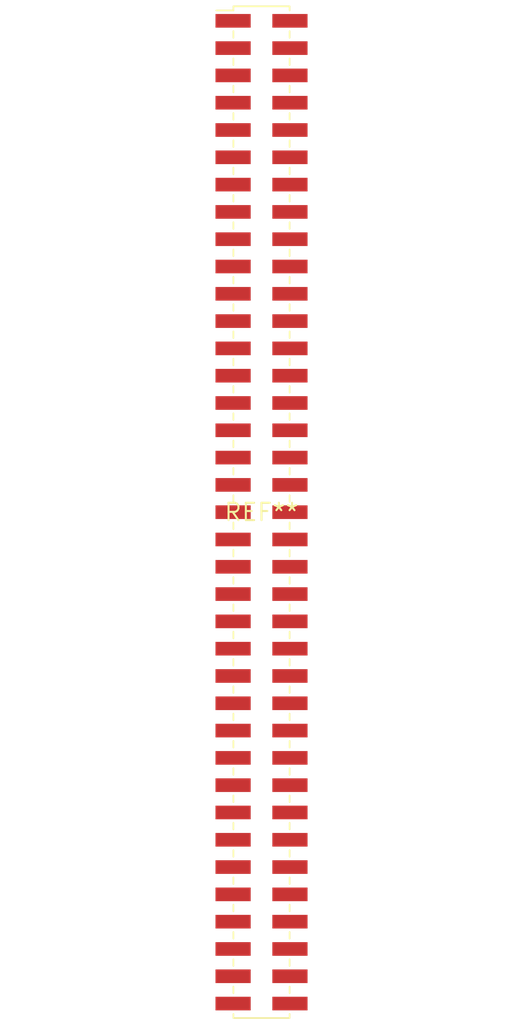
<source format=kicad_pcb>
(kicad_pcb (version 20240108) (generator pcbnew)
  (layers (0 "F.Cu" signal) (31 "B.Cu" signal) (34 "B.Paste" user) (35 "F.Paste" user) (36 "B.SilkS" user "B.Silkscreen") (37 "F.SilkS" user "F.Silkscreen") (38 "B.Mask" user) (39 "F.Mask" user) (44 "Edge.Cuts" user))
  (net 0 "")
  (footprint "PinHeader_2x37_P2.00mm_Vertical_SMD" (layer "F.Cu") (at 0 0)
    (property "Reference" "REF**")
    (property "Value" "PinHeader_2x37_P2.00mm_Vertical_SMD")
    (fp_line (start -3.315 -36.76) (end -2.06 -36.76) (layer "F.SilkS") (stroke (width 0.12)))
    (fp_line (start -2.06 -37.06) (end -2.06 -36.76) (layer "F.SilkS") (stroke (width 0.12)))
    (fp_line (start -2.06 -37.06) (end 2.06 -37.06) (layer "F.SilkS") (stroke (width 0.12)))
    (fp_line (start -2.06 -35.24) (end -2.06 -34.76) (layer "F.SilkS") (stroke (width 0.12)))
    (fp_line (start -2.06 -33.24) (end -2.06 -32.76) (layer "F.SilkS") (stroke (width 0.12)))
    (fp_line (start -2.06 -31.24) (end -2.06 -30.76) (layer "F.SilkS") (stroke (width 0.12)))
    (fp_line (start -2.06 -29.24) (end -2.06 -28.76) (layer "F.SilkS") (stroke (width 0.12)))
    (fp_line (start -2.06 -27.24) (end -2.06 -26.76) (layer "F.SilkS") (stroke (width 0.12)))
    (fp_line (start -2.06 -25.24) (end -2.06 -24.76) (layer "F.SilkS") (stroke (width 0.12)))
    (fp_line (start -2.06 -23.24) (end -2.06 -22.76) (layer "F.SilkS") (stroke (width 0.12)))
    (fp_line (start -2.06 -21.24) (end -2.06 -20.76) (layer "F.SilkS") (stroke (width 0.12)))
    (fp_line (start -2.06 -19.24) (end -2.06 -18.76) (layer "F.SilkS") (stroke (width 0.12)))
    (fp_line (start -2.06 -17.24) (end -2.06 -16.76) (layer "F.SilkS") (stroke (width 0.12)))
    (fp_line (start -2.06 -15.24) (end -2.06 -14.76) (layer "F.SilkS") (stroke (width 0.12)))
    (fp_line (start -2.06 -13.24) (end -2.06 -12.76) (layer "F.SilkS") (stroke (width 0.12)))
    (fp_line (start -2.06 -11.24) (end -2.06 -10.76) (layer "F.SilkS") (stroke (width 0.12)))
    (fp_line (start -2.06 -9.24) (end -2.06 -8.76) (layer "F.SilkS") (stroke (width 0.12)))
    (fp_line (start -2.06 -7.24) (end -2.06 -6.76) (layer "F.SilkS") (stroke (width 0.12)))
    (fp_line (start -2.06 -5.24) (end -2.06 -4.76) (layer "F.SilkS") (stroke (width 0.12)))
    (fp_line (start -2.06 -3.24) (end -2.06 -2.76) (layer "F.SilkS") (stroke (width 0.12)))
    (fp_line (start -2.06 -1.24) (end -2.06 -0.76) (layer "F.SilkS") (stroke (width 0.12)))
    (fp_line (start -2.06 0.76) (end -2.06 1.24) (layer "F.SilkS") (stroke (width 0.12)))
    (fp_line (start -2.06 2.76) (end -2.06 3.24) (layer "F.SilkS") (stroke (width 0.12)))
    (fp_line (start -2.06 4.76) (end -2.06 5.24) (layer "F.SilkS") (stroke (width 0.12)))
    (fp_line (start -2.06 6.76) (end -2.06 7.24) (layer "F.SilkS") (stroke (width 0.12)))
    (fp_line (start -2.06 8.76) (end -2.06 9.24) (layer "F.SilkS") (stroke (width 0.12)))
    (fp_line (start -2.06 10.76) (end -2.06 11.24) (layer "F.SilkS") (stroke (width 0.12)))
    (fp_line (start -2.06 12.76) (end -2.06 13.24) (layer "F.SilkS") (stroke (width 0.12)))
    (fp_line (start -2.06 14.76) (end -2.06 15.24) (layer "F.SilkS") (stroke (width 0.12)))
    (fp_line (start -2.06 16.76) (end -2.06 17.24) (layer "F.SilkS") (stroke (width 0.12)))
    (fp_line (start -2.06 18.76) (end -2.06 19.24) (layer "F.SilkS") (stroke (width 0.12)))
    (fp_line (start -2.06 20.76) (end -2.06 21.24) (layer "F.SilkS") (stroke (width 0.12)))
    (fp_line (start -2.06 22.76) (end -2.06 23.24) (layer "F.SilkS") (stroke (width 0.12)))
    (fp_line (start -2.06 24.76) (end -2.06 25.24) (layer "F.SilkS") (stroke (width 0.12)))
    (fp_line (start -2.06 26.76) (end -2.06 27.24) (layer "F.SilkS") (stroke (width 0.12)))
    (fp_line (start -2.06 28.76) (end -2.06 29.24) (layer "F.SilkS") (stroke (width 0.12)))
    (fp_line (start -2.06 30.76) (end -2.06 31.24) (layer "F.SilkS") (stroke (width 0.12)))
    (fp_line (start -2.06 32.76) (end -2.06 33.24) (layer "F.SilkS") (stroke (width 0.12)))
    (fp_line (start -2.06 34.76) (end -2.06 35.24) (layer "F.SilkS") (stroke (width 0.12)))
    (fp_line (start -2.06 36.76) (end -2.06 37.06) (layer "F.SilkS") (stroke (width 0.12)))
    (fp_line (start -2.06 37.06) (end 2.06 37.06) (layer "F.SilkS") (stroke (width 0.12)))
    (fp_line (start 2.06 -37.06) (end 2.06 -36.76) (layer "F.SilkS") (stroke (width 0.12)))
    (fp_line (start 2.06 -35.24) (end 2.06 -34.76) (layer "F.SilkS") (stroke (width 0.12)))
    (fp_line (start 2.06 -33.24) (end 2.06 -32.76) (layer "F.SilkS") (stroke (width 0.12)))
    (fp_line (start 2.06 -31.24) (end 2.06 -30.76) (layer "F.SilkS") (stroke (width 0.12)))
    (fp_line (start 2.06 -29.24) (end 2.06 -28.76) (layer "F.SilkS") (stroke (width 0.12)))
    (fp_line (start 2.06 -27.24) (end 2.06 -26.76) (layer "F.SilkS") (stroke (width 0.12)))
    (fp_line (start 2.06 -25.24) (end 2.06 -24.76) (layer "F.SilkS") (stroke (width 0.12)))
    (fp_line (start 2.06 -23.24) (end 2.06 -22.76) (layer "F.SilkS") (stroke (width 0.12)))
    (fp_line (start 2.06 -21.24) (end 2.06 -20.76) (layer "F.SilkS") (stroke (width 0.12)))
    (fp_line (start 2.06 -19.24) (end 2.06 -18.76) (layer "F.SilkS") (stroke (width 0.12)))
    (fp_line (start 2.06 -17.24) (end 2.06 -16.76) (layer "F.SilkS") (stroke (width 0.12)))
    (fp_line (start 2.06 -15.24) (end 2.06 -14.76) (layer "F.SilkS") (stroke (width 0.12)))
    (fp_line (start 2.06 -13.24) (end 2.06 -12.76) (layer "F.SilkS") (stroke (width 0.12)))
    (fp_line (start 2.06 -11.24) (end 2.06 -10.76) (layer "F.SilkS") (stroke (width 0.12)))
    (fp_line (start 2.06 -9.24) (end 2.06 -8.76) (layer "F.SilkS") (stroke (width 0.12)))
    (fp_line (start 2.06 -7.24) (end 2.06 -6.76) (layer "F.SilkS") (stroke (width 0.12)))
    (fp_line (start 2.06 -5.24) (end 2.06 -4.76) (layer "F.SilkS") (stroke (width 0.12)))
    (fp_line (start 2.06 -3.24) (end 2.06 -2.76) (layer "F.SilkS") (stroke (width 0.12)))
    (fp_line (start 2.06 -1.24) (end 2.06 -0.76) (layer "F.SilkS") (stroke (width 0.12)))
    (fp_line (start 2.06 0.76) (end 2.06 1.24) (layer "F.SilkS") (stroke (width 0.12)))
    (fp_line (start 2.06 2.76) (end 2.06 3.24) (layer "F.SilkS") (stroke (width 0.12)))
    (fp_line (start 2.06 4.76) (end 2.06 5.24) (layer "F.SilkS") (stroke (width 0.12)))
    (fp_line (start 2.06 6.76) (end 2.06 7.24) (layer "F.SilkS") (stroke (width 0.12)))
    (fp_line (start 2.06 8.76) (end 2.06 9.24) (layer "F.SilkS") (stroke (width 0.12)))
    (fp_line (start 2.06 10.76) (end 2.06 11.24) (layer "F.SilkS") (stroke (width 0.12)))
    (fp_line (start 2.06 12.76) (end 2.06 13.24) (layer "F.SilkS") (stroke (width 0.12)))
    (fp_line (start 2.06 14.76) (end 2.06 15.24) (layer "F.SilkS") (stroke (width 0.12)))
    (fp_line (start 2.06 16.76) (end 2.06 17.24) (layer "F.SilkS") (stroke (width 0.12)))
    (fp_line (start 2.06 18.76) (end 2.06 19.24) (layer "F.SilkS") (stroke (width 0.12)))
    (fp_line (start 2.06 20.76) (end 2.06 21.24) (layer "F.SilkS") (stroke (width 0.12)))
    (fp_line (start 2.06 22.76) (end 2.06 23.24) (layer "F.SilkS") (stroke (width 0.12)))
    (fp_line (start 2.06 24.76) (end 2.06 25.24) (layer "F.SilkS") (stroke (width 0.12)))
    (fp_line (start 2.06 26.76) (end 2.06 27.24) (layer "F.SilkS") (stroke (width 0.12)))
    (fp_line (start 2.06 28.76) (end 2.06 29.24) (layer "F.SilkS") (stroke (width 0.12)))
    (fp_line (start 2.06 30.76) (end 2.06 31.24) (layer "F.SilkS") (stroke (width 0.12)))
    (fp_line (start 2.06 32.76) (end 2.06 33.24) (layer "F.SilkS") (stroke (width 0.12)))
    (fp_line (start 2.06 34.76) (end 2.06 35.24) (layer "F.SilkS") (stroke (width 0.12)))
    (fp_line (start 2.06 36.76) (end 2.06 37.06) (layer "F.SilkS") (stroke (width 0.12)))
    (pad "1" smd rect (at -2.085 -36) (size 2.58 1) (layers "F.Cu" "F.Paste" "F.Mask"))
    (pad "2" smd rect (at 2.085 -36) (size 2.58 1) (layers "F.Cu" "F.Paste" "F.Mask"))
    (pad "3" smd rect (at -2.085 -34) (size 2.58 1) (layers "F.Cu" "F.Paste" "F.Mask"))
    (pad "4" smd rect (at 2.085 -34) (size 2.58 1) (layers "F.Cu" "F.Paste" "F.Mask"))
    (pad "5" smd rect (at -2.085 -32) (size 2.58 1) (layers "F.Cu" "F.Paste" "F.Mask"))
    (pad "6" smd rect (at 2.085 -32) (size 2.58 1) (layers "F.Cu" "F.Paste" "F.Mask"))
    (pad "7" smd rect (at -2.085 -30) (size 2.58 1) (layers "F.Cu" "F.Paste" "F.Mask"))
    (pad "8" smd rect (at 2.085 -30) (size 2.58 1) (layers "F.Cu" "F.Paste" "F.Mask"))
    (pad "9" smd rect (at -2.085 -28) (size 2.58 1) (layers "F.Cu" "F.Paste" "F.Mask"))
    (pad "10" smd rect (at 2.085 -28) (size 2.58 1) (layers "F.Cu" "F.Paste" "F.Mask"))
    (pad "11" smd rect (at -2.085 -26) (size 2.58 1) (layers "F.Cu" "F.Paste" "F.Mask"))
    (pad "12" smd rect (at 2.085 -26) (size 2.58 1) (layers "F.Cu" "F.Paste" "F.Mask"))
    (pad "13" smd rect (at -2.085 -24) (size 2.58 1) (layers "F.Cu" "F.Paste" "F.Mask"))
    (pad "14" smd rect (at 2.085 -24) (size 2.58 1) (layers "F.Cu" "F.Paste" "F.Mask"))
    (pad "15" smd rect (at -2.085 -22) (size 2.58 1) (layers "F.Cu" "F.Paste" "F.Mask"))
    (pad "16" smd rect (at 2.085 -22) (size 2.58 1) (layers "F.Cu" "F.Paste" "F.Mask"))
    (pad "17" smd rect (at -2.085 -20) (size 2.58 1) (layers "F.Cu" "F.Paste" "F.Mask"))
    (pad "18" smd rect (at 2.085 -20) (size 2.58 1) (layers "F.Cu" "F.Paste" "F.Mask"))
    (pad "19" smd rect (at -2.085 -18) (size 2.58 1) (layers "F.Cu" "F.Paste" "F.Mask"))
    (pad "20" smd rect (at 2.085 -18) (size 2.58 1) (layers "F.Cu" "F.Paste" "F.Mask"))
    (pad "21" smd rect (at -2.085 -16) (size 2.58 1) (layers "F.Cu" "F.Paste" "F.Mask"))
    (pad "22" smd rect (at 2.085 -16) (size 2.58 1) (layers "F.Cu" "F.Paste" "F.Mask"))
    (pad "23" smd rect (at -2.085 -14) (size 2.58 1) (layers "F.Cu" "F.Paste" "F.Mask"))
    (pad "24" smd rect (at 2.085 -14) (size 2.58 1) (layers "F.Cu" "F.Paste" "F.Mask"))
    (pad "25" smd rect (at -2.085 -12) (size 2.58 1) (layers "F.Cu" "F.Paste" "F.Mask"))
    (pad "26" smd rect (at 2.085 -12) (size 2.58 1) (layers "F.Cu" "F.Paste" "F.Mask"))
    (pad "27" smd rect (at -2.085 -10) (size 2.58 1) (layers "F.Cu" "F.Paste" "F.Mask"))
    (pad "28" smd rect (at 2.085 -10) (size 2.58 1) (layers "F.Cu" "F.Paste" "F.Mask"))
    (pad "29" smd rect (at -2.085 -8) (size 2.58 1) (layers "F.Cu" "F.Paste" "F.Mask"))
    (pad "30" smd rect (at 2.085 -8) (size 2.58 1) (layers "F.Cu" "F.Paste" "F.Mask"))
    (pad "31" smd rect (at -2.085 -6) (size 2.58 1) (layers "F.Cu" "F.Paste" "F.Mask"))
    (pad "32" smd rect (at 2.085 -6) (size 2.58 1) (layers "F.Cu" "F.Paste" "F.Mask"))
    (pad "33" smd rect (at -2.085 -4) (size 2.58 1) (layers "F.Cu" "F.Paste" "F.Mask"))
    (pad "34" smd rect (at 2.085 -4) (size 2.58 1) (layers "F.Cu" "F.Paste" "F.Mask"))
    (pad "35" smd rect (at -2.085 -2) (size 2.58 1) (layers "F.Cu" "F.Paste" "F.Mask"))
    (pad "36" smd rect (at 2.085 -2) (size 2.58 1) (layers "F.Cu" "F.Paste" "F.Mask"))
    (pad "37" smd rect (at -2.085 0) (size 2.58 1) (layers "F.Cu" "F.Paste" "F.Mask"))
    (pad "38" smd rect (at 2.085 0) (size 2.58 1) (layers "F.Cu" "F.Paste" "F.Mask"))
    (pad "39" smd rect (at -2.085 2) (size 2.58 1) (layers "F.Cu" "F.Paste" "F.Mask"))
    (pad "40" smd rect (at 2.085 2) (size 2.58 1) (layers "F.Cu" "F.Paste" "F.Mask"))
    (pad "41" smd rect (at -2.085 4) (size 2.58 1) (layers "F.Cu" "F.Paste" "F.Mask"))
    (pad "42" smd rect (at 2.085 4) (size 2.58 1) (layers "F.Cu" "F.Paste" "F.Mask"))
    (pad "43" smd rect (at -2.085 6) (size 2.58 1) (layers "F.Cu" "F.Paste" "F.Mask"))
    (pad "44" smd rect (at 2.085 6) (size 2.58 1) (layers "F.Cu" "F.Paste" "F.Mask"))
    (pad "45" smd rect (at -2.085 8) (size 2.58 1) (layers "F.Cu" "F.Paste" "F.Mask"))
    (pad "46" smd rect (at 2.085 8) (size 2.58 1) (layers "F.Cu" "F.Paste" "F.Mask"))
    (pad "47" smd rect (at -2.085 10) (size 2.58 1) (layers "F.Cu" "F.Paste" "F.Mask"))
    (pad "48" smd rect (at 2.085 10) (size 2.58 1) (layers "F.Cu" "F.Paste" "F.Mask"))
    (pad "49" smd rect (at -2.085 12) (size 2.58 1) (layers "F.Cu" "F.Paste" "F.Mask"))
    (pad "50" smd rect (at 2.085 12) (size 2.58 1) (layers "F.Cu" "F.Paste" "F.Mask"))
    (pad "51" smd rect (at -2.085 14) (size 2.58 1) (layers "F.Cu" "F.Paste" "F.Mask"))
    (pad "52" smd rect (at 2.085 14) (size 2.58 1) (layers "F.Cu" "F.Paste" "F.Mask"))
    (pad "53" smd rect (at -2.085 16) (size 2.58 1) (layers "F.Cu" "F.Paste" "F.Mask"))
    (pad "54" smd rect (at 2.085 16) (size 2.58 1) (layers "F.Cu" "F.Paste" "F.Mask"))
    (pad "55" smd rect (at -2.085 18) (size 2.58 1) (layers "F.Cu" "F.Paste" "F.Mask"))
    (pad "56" smd rect (at 2.085 18) (size 2.58 1) (layers "F.Cu" "F.Paste" "F.Mask"))
    (pad "57" smd rect (at -2.085 20) (size 2.58 1) (layers "F.Cu" "F.Paste" "F.Mask"))
    (pad "58" smd rect (at 2.085 20) (size 2.58 1) (layers "F.Cu" "F.Paste" "F.Mask"))
    (pad "59" smd rect (at -2.085 22) (size 2.58 1) (layers "F.Cu" "F.Paste" "F.Mask"))
    (pad "60" smd rect (at 2.085 22) (size 2.58 1) (layers "F.Cu" "F.Paste" "F.Mask"))
    (pad "61" smd rect (at -2.085 24) (size 2.58 1) (layers "F.Cu" "F.Paste" "F.Mask"))
    (pad "62" smd rect (at 2.085 24) (size 2.58 1) (layers "F.Cu" "F.Paste" "F.Mask"))
    (pad "63" smd rect (at -2.085 26) (size 2.58 1) (layers "F.Cu" "F.Paste" "F.Mask"))
    (pad "64" smd rect (at 2.085 26) (size 2.58 1) (layers "F.Cu" "F.Paste" "F.Mask"))
    (pad "65" smd rect (at -2.085 28) (size 2.58 1) (layers "F.Cu" "F.Paste" "F.Mask"))
    (pad "66" smd rect (at 2.085 28) (size 2.58 1) (layers "F.Cu" "F.Paste" "F.Mask"))
    (pad "67" smd rect (at -2.085 30) (size 2.58 1) (layers "F.Cu" "F.Paste" "F.Mask"))
    (pad "68" smd rect (at 2.085 30) (size 2.58 1) (layers "F.Cu" "F.Paste" "F.Mask"))
    (pad "69" smd rect (at -2.085 32) (size 2.58 1) (layers "F.Cu" "F.Paste" "F.Mask"))
    (pad "70" smd rect (at 2.085 32) (size 2.58 1) (layers "F.Cu" "F.Paste" "F.Mask"))
    (pad "71" smd rect (at -2.085 34) (size 2.58 1) (layers "F.Cu" "F.Paste" "F.Mask"))
    (pad "72" smd rect (at 2.085 34) (size 2.58 1) (layers "F.Cu" "F.Paste" "F.Mask"))
    (pad "73" smd rect (at -2.085 36) (size 2.58 1) (layers "F.Cu" "F.Paste" "F.Mask"))
    (pad "74" smd rect (at 2.085 36) (size 2.58 1) (layers "F.Cu" "F.Paste" "F.Mask"))
  )
)
</source>
